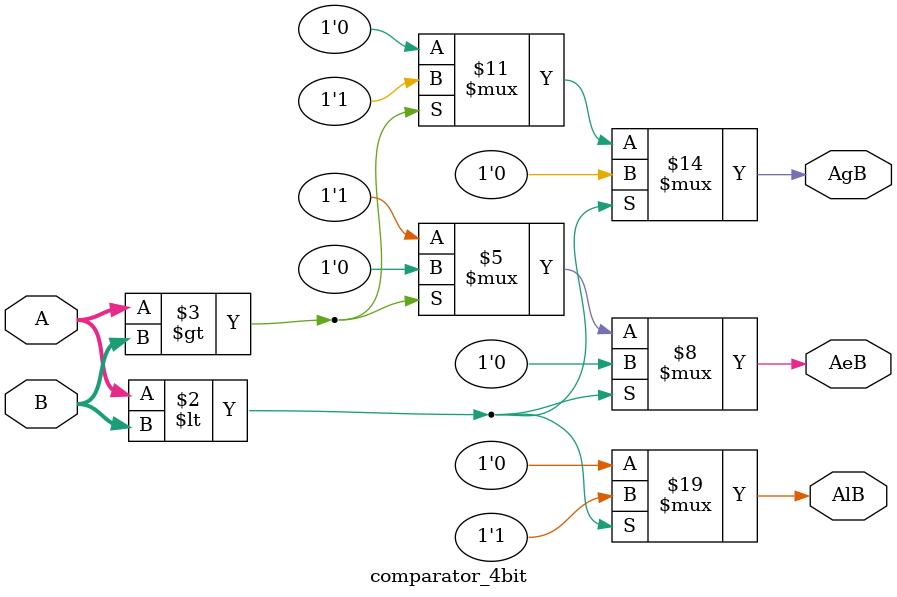
<source format=v>


module comparator_4bit(input [3:0]A,B, output reg AlB,AgB,AeB);

always@(*) begin

if(A<B) begin AlB<=1;AgB<=0;AeB<=0; end
else if (A>B) begin AlB<=0;AgB<=1;AeB<=0; end
else  begin AlB<=0;AgB<=0;AeB<=1; end

end
endmodule

</source>
